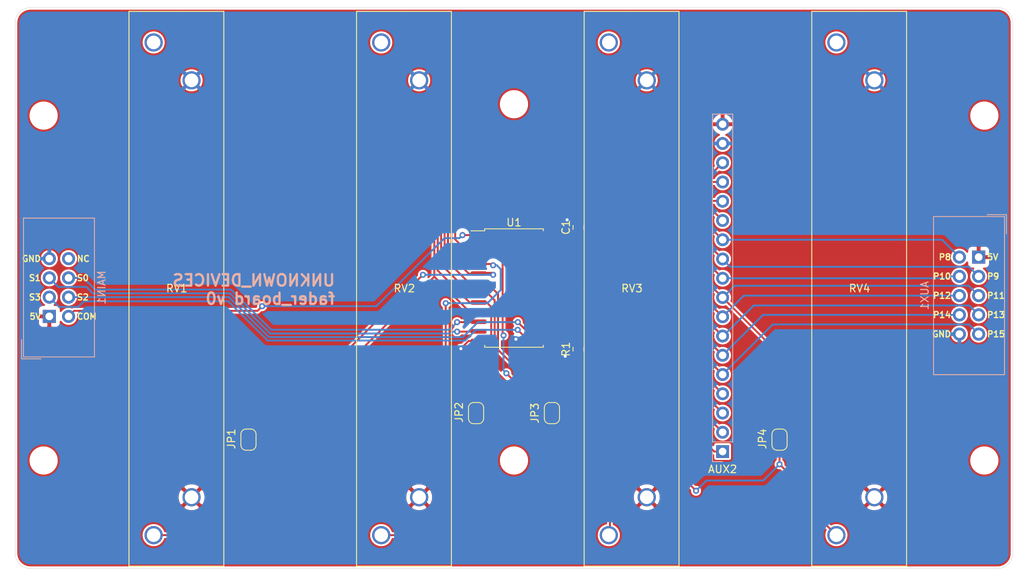
<source format=kicad_pcb>
(kicad_pcb (version 20171130) (host pcbnew "(5.1.2)-1")
  (layers (0 F.Cu signal) (31 B.Cu signal) (34 B.Paste user) (35 F.Paste user) (36 B.SilkS user) (37 F.SilkS user) (38 B.Mask user) (39 F.Mask user) (44 Edge.Cuts user))
  (net 0 "")
  (net 1 +5V)
  (net 2 P8)
  (net 3 P9)
  (net 4 P10)
  (net 5 P11)
  (net 6 P12)
  (net 7 P13)
  (net 8 P14)
  (net 9 P15)
  (net 10 GND)
  (net 11 P0)
  (net 12 P1)
  (net 13 P2)
  (net 14 P3)
  (net 15 P4)
  (net 16 P5)
  (net 17 P6)
  (net 18 P7)
  (net 19 "Net-(R1-Pad2)")
  (net 20 "Net-(C1-Pad1)")
  (net 21 COM)
  (net 22 S3)
  (net 23 S2)
  (net 24 S1)
  (net 25 S0)
  (module Potentiometer_THT:RA4520F-20-15C2-A10K-2 (layer F.Cu) (at 205 87 180)
    (fp_text reference RV4 (at -0.55 0.95 180) (layer F.SilkS))
    (fp_text value R_POT)
    (fp_line (start -0.5 -35.7) (end -6.75 -35.7) (layer F.SilkS) (width 0.127))
    (fp_line (start -0.5 -35.7) (end 5.75 -35.7) (layer F.SilkS) (width 0.127))
    (fp_line (start -0.5 37.5) (end -6.75 37.5) (layer F.SilkS) (width 0.127))
    (fp_line (start -0.5 37.5) (end 5.75 37.5) (layer F.SilkS) (width 0.127))
    (fp_line (start 5.75 0.9) (end 5.75 -35.7) (layer F.SilkS) (width 0.127))
    (fp_line (start 5.75 37.5) (end 5.75 0.9) (layer F.SilkS) (width 0.127))
    (fp_line (start -6.75 37.5) (end -6.75 0.9) (layer F.SilkS) (width 0.127))
    (fp_line (start -6.75 0.9) (end -6.75 -35.7) (layer F.SilkS) (width 0.127))
    (pad 2 thru_hole circle (at 2.5 -31.6 270) (size 2.4 2.4) (drill 1.8) (layers *.Cu *.Mask) (net 14 P3))
    (pad 2 thru_hole circle (at 2.5 33.4 270) (size 2.4 2.4) (drill 1.8) (layers *.Cu *.Mask) (net 14 P3))
    (pad 3 thru_hole circle (at -2.5 -26.6 270) (size 2.4 2.4) (drill 1.8) (layers *.Cu *.Mask) (net 1 +5V))
    (pad 1 thru_hole circle (at -2.5 28.4 270) (size 2.4 2.4) (drill 1.8) (layers *.Cu *.Mask) (net 10 GND))
  )
  (module Potentiometer_THT:RA4520F-20-15C2-A10K-2 (layer F.Cu) (at 175 87 180)
    (fp_text reference RV3 (at -0.55 0.95 180) (layer F.SilkS))
    (fp_text value R_POT)
    (fp_line (start -0.5 -35.7) (end -6.75 -35.7) (layer F.SilkS) (width 0.127))
    (fp_line (start -0.5 -35.7) (end 5.75 -35.7) (layer F.SilkS) (width 0.127))
    (fp_line (start -0.5 37.5) (end -6.75 37.5) (layer F.SilkS) (width 0.127))
    (fp_line (start -0.5 37.5) (end 5.75 37.5) (layer F.SilkS) (width 0.127))
    (fp_line (start 5.75 0.9) (end 5.75 -35.7) (layer F.SilkS) (width 0.127))
    (fp_line (start 5.75 37.5) (end 5.75 0.9) (layer F.SilkS) (width 0.127))
    (fp_line (start -6.75 37.5) (end -6.75 0.9) (layer F.SilkS) (width 0.127))
    (fp_line (start -6.75 0.9) (end -6.75 -35.7) (layer F.SilkS) (width 0.127))
    (pad 2 thru_hole circle (at 2.5 -31.6 270) (size 2.4 2.4) (drill 1.8) (layers *.Cu *.Mask) (net 13 P2))
    (pad 2 thru_hole circle (at 2.5 33.4 270) (size 2.4 2.4) (drill 1.8) (layers *.Cu *.Mask) (net 13 P2))
    (pad 3 thru_hole circle (at -2.5 -26.6 270) (size 2.4 2.4) (drill 1.8) (layers *.Cu *.Mask) (net 1 +5V))
    (pad 1 thru_hole circle (at -2.5 28.4 270) (size 2.4 2.4) (drill 1.8) (layers *.Cu *.Mask) (net 10 GND))
  )
  (module Potentiometer_THT:RA4520F-20-15C2-A10K-2 (layer F.Cu) (at 145 87 180)
    (fp_text reference RV2 (at -0.55 0.95 180) (layer F.SilkS))
    (fp_text value R_POT)
    (fp_line (start -0.5 -35.7) (end -6.75 -35.7) (layer F.SilkS) (width 0.127))
    (fp_line (start -0.5 -35.7) (end 5.75 -35.7) (layer F.SilkS) (width 0.127))
    (fp_line (start -0.5 37.5) (end -6.75 37.5) (layer F.SilkS) (width 0.127))
    (fp_line (start -0.5 37.5) (end 5.75 37.5) (layer F.SilkS) (width 0.127))
    (fp_line (start 5.75 0.9) (end 5.75 -35.7) (layer F.SilkS) (width 0.127))
    (fp_line (start 5.75 37.5) (end 5.75 0.9) (layer F.SilkS) (width 0.127))
    (fp_line (start -6.75 37.5) (end -6.75 0.9) (layer F.SilkS) (width 0.127))
    (fp_line (start -6.75 0.9) (end -6.75 -35.7) (layer F.SilkS) (width 0.127))
    (pad 2 thru_hole circle (at 2.5 -31.6 270) (size 2.4 2.4) (drill 1.8) (layers *.Cu *.Mask) (net 12 P1))
    (pad 2 thru_hole circle (at 2.5 33.4 270) (size 2.4 2.4) (drill 1.8) (layers *.Cu *.Mask) (net 12 P1))
    (pad 3 thru_hole circle (at -2.5 -26.6 270) (size 2.4 2.4) (drill 1.8) (layers *.Cu *.Mask) (net 1 +5V))
    (pad 1 thru_hole circle (at -2.5 28.4 270) (size 2.4 2.4) (drill 1.8) (layers *.Cu *.Mask) (net 10 GND))
  )
  (module Potentiometer_THT:RA4520F-20-15C2-A10K-2 (layer F.Cu) (at 115 87 180)
    (fp_text reference RV1 (at -0.55 0.95 180) (layer F.SilkS))
    (fp_text value R_POT)
    (fp_line (start -0.5 -35.7) (end -6.75 -35.7) (layer F.SilkS) (width 0.127))
    (fp_line (start -0.5 -35.7) (end 5.75 -35.7) (layer F.SilkS) (width 0.127))
    (fp_line (start -0.5 37.5) (end -6.75 37.5) (layer F.SilkS) (width 0.127))
    (fp_line (start -0.5 37.5) (end 5.75 37.5) (layer F.SilkS) (width 0.127))
    (fp_line (start 5.75 0.9) (end 5.75 -35.7) (layer F.SilkS) (width 0.127))
    (fp_line (start 5.75 37.5) (end 5.75 0.9) (layer F.SilkS) (width 0.127))
    (fp_line (start -6.75 37.5) (end -6.75 0.9) (layer F.SilkS) (width 0.127))
    (fp_line (start -6.75 0.9) (end -6.75 -35.7) (layer F.SilkS) (width 0.127))
    (pad 2 thru_hole circle (at 2.5 -31.6 270) (size 2.4 2.4) (drill 1.8) (layers *.Cu *.Mask) (net 11 P0))
    (pad 2 thru_hole circle (at 2.5 33.4 270) (size 2.4 2.4) (drill 1.8) (layers *.Cu *.Mask) (net 11 P0))
    (pad 3 thru_hole circle (at -2.5 -26.6 270) (size 2.4 2.4) (drill 1.8) (layers *.Cu *.Mask) (net 1 +5V))
    (pad 1 thru_hole circle (at -2.5 28.4 270) (size 2.4 2.4) (drill 1.8) (layers *.Cu *.Mask) (net 10 GND))
  )
  (module Connector_IDC:IDC-Header_2x05_P2.54mm_Vertical (layer B.Cu) (at 221.25 81.92 180)
    (fp_text reference AUX1 (at 7.112 -5.08 90) (layer B.SilkS) (effects (justify mirror)))
    (fp_text value AUX)
    (fp_line (start -3.655 5.6) (end -1.115 5.6) (layer B.SilkS) (width 0.12))
    (fp_line (start -3.655 5.6) (end -3.655 3.06) (layer B.SilkS) (width 0.12))
    (fp_line (start -3.405 5.35) (end 5.945 5.35) (layer B.SilkS) (width 0.12))
    (fp_line (start -3.405 -15.51) (end -3.405 5.35) (layer B.SilkS) (width 0.12))
    (fp_line (start 5.945 -15.51) (end -3.405 -15.51) (layer B.SilkS) (width 0.12))
    (fp_line (start 5.945 5.35) (end 5.945 -15.51) (layer B.SilkS) (width 0.12))
    (pad 10 thru_hole oval (at 2.54 -10.16 180) (size 1.7272 1.7272) (drill 1.016) (layers *.Cu *.Mask) (net 10 GND))
    (pad 9 thru_hole oval (at 0 -10.16 180) (size 1.7272 1.7272) (drill 1.016) (layers *.Cu *.Mask) (net 5 P11))
    (pad 8 thru_hole oval (at 2.54 -7.62 180) (size 1.7272 1.7272) (drill 1.016) (layers *.Cu *.Mask) (net 4 P10))
    (pad 7 thru_hole oval (at 0 -7.62 180) (size 1.7272 1.7272) (drill 1.016) (layers *.Cu *.Mask) (net 3 P9))
    (pad 6 thru_hole oval (at 2.54 -5.08 180) (size 1.7272 1.7272) (drill 1.016) (layers *.Cu *.Mask) (net 2 P8))
    (pad 5 thru_hole oval (at 0 -5.08 180) (size 1.7272 1.7272) (drill 1.016) (layers *.Cu *.Mask) (net 18 P7))
    (pad 4 thru_hole oval (at 2.54 -2.54 180) (size 1.7272 1.7272) (drill 1.016) (layers *.Cu *.Mask) (net 17 P6))
    (pad 3 thru_hole oval (at 0 -2.54 180) (size 1.7272 1.7272) (drill 1.016) (layers *.Cu *.Mask) (net 16 P5))
    (pad 2 thru_hole oval (at 2.54 0 180) (size 1.7272 1.7272) (drill 1.016) (layers *.Cu *.Mask) (net 15 P4))
    (pad 1 thru_hole rect (at 0 0 180) (size 1.7272 1.7272) (drill 1.016) (layers *.Cu *.Mask) (net 1 +5V))
  )
  (module Connector_IDC:IDC-Header_2x04_P2.54mm_Vertical (layer B.Cu) (at 98.75 89.74)
    (fp_text reference MAIN1 (at 6.9 -3.805 90) (layer B.SilkS) (effects (justify mirror)))
    (fp_text value MAIN)
    (fp_line (start -3.655 5.6) (end -1.115 5.6) (layer B.SilkS) (width 0.12))
    (fp_line (start -3.655 5.6) (end -3.655 3.06) (layer B.SilkS) (width 0.12))
    (fp_line (start -3.405 5.35) (end 5.945 5.35) (layer B.SilkS) (width 0.12))
    (fp_line (start -3.405 -12.97) (end -3.405 5.35) (layer B.SilkS) (width 0.12))
    (fp_line (start 5.945 -12.97) (end -3.405 -12.97) (layer B.SilkS) (width 0.12))
    (fp_line (start 5.945 5.35) (end 5.945 -12.97) (layer B.SilkS) (width 0.12))
    (pad 8 thru_hole oval (at 2.54 -7.62) (size 1.7272 1.7272) (drill 1.016) (layers *.Cu *.Mask))
    (pad 7 thru_hole oval (at 0 -7.62) (size 1.7272 1.7272) (drill 1.016) (layers *.Cu *.Mask) (net 10 GND))
    (pad 6 thru_hole oval (at 2.54 -5.08) (size 1.7272 1.7272) (drill 1.016) (layers *.Cu *.Mask) (net 25 S0))
    (pad 5 thru_hole oval (at 0 -5.08) (size 1.7272 1.7272) (drill 1.016) (layers *.Cu *.Mask) (net 24 S1))
    (pad 4 thru_hole oval (at 2.54 -2.54) (size 1.7272 1.7272) (drill 1.016) (layers *.Cu *.Mask) (net 23 S2))
    (pad 3 thru_hole oval (at 0 -2.54) (size 1.7272 1.7272) (drill 1.016) (layers *.Cu *.Mask) (net 22 S3))
    (pad 2 thru_hole oval (at 2.54 0) (size 1.7272 1.7272) (drill 1.016) (layers *.Cu *.Mask) (net 21 COM))
    (pad 1 thru_hole rect (at 0 0) (size 1.7272 1.7272) (drill 1.016) (layers *.Cu *.Mask) (net 1 +5V))
  )
  (module MountingHole:MountingHole_3.2mm_M3 (layer F.Cu) (at 222 108.75)
    (fp_text reference H6 hide)
    (fp_text value MountingHole)
    (pad 1 np_thru_hole circle (at 0 0) (size 3.2 3.2) (drill 3.2) (layers *.Cu *.Mask))
  )
  (module MountingHole:MountingHole_3.2mm_M3 (layer F.Cu) (at 160 108.75)
    (fp_text reference H5 hide)
    (fp_text value MountingHole)
    (pad 1 np_thru_hole circle (at 0 0) (size 3.2 3.2) (drill 3.2) (layers *.Cu *.Mask))
  )
  (module MountingHole:MountingHole_3.2mm_M3 (layer F.Cu) (at 98 108.75)
    (fp_text reference H4 hide)
    (fp_text value MountingHole)
    (pad 1 np_thru_hole circle (at 0 0) (size 3.2 3.2) (drill 3.2) (layers *.Cu *.Mask))
  )
  (module MountingHole:MountingHole_3.2mm_M3 (layer F.Cu) (at 222 63.25)
    (fp_text reference H3 hide)
    (fp_text value MountingHole)
    (pad 1 np_thru_hole circle (at 0 0) (size 3.2 3.2) (drill 3.2) (layers *.Cu *.Mask))
  )
  (module MountingHole:MountingHole_3.2mm_M3 (layer F.Cu) (at 160 61.75)
    (fp_text reference H2 hide)
    (fp_text value MountingHole)
    (pad 1 np_thru_hole circle (at 0 0) (size 3.2 3.2) (drill 3.2) (layers *.Cu *.Mask))
  )
  (module MountingHole:MountingHole_3.2mm_M3 (layer F.Cu) (at 98 63.25)
    (fp_text reference H1 hide)
    (fp_text value MountingHole)
    (pad 1 np_thru_hole circle (at 0 0) (size 3.2 3.2) (drill 3.2) (layers *.Cu *.Mask))
  )
  (module Capacitor_SMD:C_0805_2012Metric (layer F.Cu) (at 168.5 78 90)
    (fp_text reference C1 (at 0 -1.65 90) (layer F.SilkS))
    (fp_text value 0.1uf)
    (fp_line (start -0.258578 -0.71) (end 0.258578 -0.71) (layer F.SilkS) (width 0.12))
    (fp_line (start -0.258578 0.71) (end 0.258578 0.71) (layer F.SilkS) (width 0.12))
    (pad 1 smd roundrect (at -0.9375 0 90) (size 0.975 1.4) (layers F.Cu F.Paste F.Mask) (net 20 "Net-(C1-Pad1)"))
    (pad 2 smd roundrect (at 0.9375 0 90) (size 0.975 1.4) (layers F.Cu F.Paste F.Mask) (net 10 GND))
  )
  (module Jumper:SolderJumper-2_P1.3mm_Open_RoundedPad1.0x1.5mm (layer F.Cu) (at 125 106 270)
    (fp_text reference JP1 (at -0.1 2.25 270) (layer F.SilkS))
    (fp_text value JP_aux)
    (fp_line (start -0.7 -1) (end 0.7 -1) (layer F.SilkS) (width 0.12))
    (fp_line (start 1.4 -0.3) (end 1.4 0.3) (layer F.SilkS) (width 0.12))
    (fp_line (start 0.7 1) (end -0.7 1) (layer F.SilkS) (width 0.12))
    (fp_line (start -1.4 0.3) (end -1.4 -0.3) (layer F.SilkS) (width 0.12))
    (fp_arc (start -0.7 -0.3) (end -0.7 -1) (angle -90) (layer F.SilkS) (width 0.12))
    (fp_arc (start -0.7 0.3) (end -1.4 0.3) (angle -90) (layer F.SilkS) (width 0.12))
    (fp_arc (start 0.7 0.3) (end 0.7 1) (angle -90) (layer F.SilkS) (width 0.12))
    (fp_arc (start 0.7 -0.3) (end 1.4 -0.3) (angle -90) (layer F.SilkS) (width 0.12))
    (pad 2 smd custom (at 0.65 0 270) (size 1 0.5) (layers F.Cu F.Mask) (net 11 P0) (options (clearance outline) (anchor rect)) (primitives (gr_circle (center 0 0.25) (end 0.5 0.25) (width 0)) (gr_circle (center 0 -0.25) (end 0.5 -0.25) (width 0)) (gr_poly (pts (xy 0 -0.75) (xy -0.5 -0.75) (xy -0.5 0.75) (xy 0 0.75)) (width 0))))
    (pad 1 smd custom (at -0.65 0 270) (size 1 0.5) (layers F.Cu F.Mask) (net 15 P4) (options (clearance outline) (anchor rect)) (primitives (gr_circle (center 0 0.25) (end 0.5 0.25) (width 0)) (gr_circle (center 0 -0.25) (end 0.5 -0.25) (width 0)) (gr_poly (pts (xy 0 -0.75) (xy 0.5 -0.75) (xy 0.5 0.75) (xy 0 0.75)) (width 0))))
  )
  (module Jumper:SolderJumper-2_P1.3mm_Open_RoundedPad1.0x1.5mm (layer F.Cu) (at 155 102.5 270)
    (fp_text reference JP2 (at -0.1 2.25 90) (layer F.SilkS))
    (fp_text value JP_aux)
    (fp_arc (start 0.7 -0.3) (end 1.4 -0.3) (angle -90) (layer F.SilkS) (width 0.12))
    (fp_arc (start 0.7 0.3) (end 0.7 1) (angle -90) (layer F.SilkS) (width 0.12))
    (fp_arc (start -0.7 0.3) (end -1.4 0.3) (angle -90) (layer F.SilkS) (width 0.12))
    (fp_arc (start -0.7 -0.3) (end -0.7 -1) (angle -90) (layer F.SilkS) (width 0.12))
    (fp_line (start -1.4 0.3) (end -1.4 -0.3) (layer F.SilkS) (width 0.12))
    (fp_line (start 0.7 1) (end -0.7 1) (layer F.SilkS) (width 0.12))
    (fp_line (start 1.4 -0.3) (end 1.4 0.3) (layer F.SilkS) (width 0.12))
    (fp_line (start -0.7 -1) (end 0.7 -1) (layer F.SilkS) (width 0.12))
    (pad 1 smd custom (at -0.65 0 270) (size 1 0.5) (layers F.Cu F.Mask) (net 16 P5) (options (clearance outline) (anchor rect)) (primitives (gr_circle (center 0 0.25) (end 0.5 0.25) (width 0)) (gr_circle (center 0 -0.25) (end 0.5 -0.25) (width 0)) (gr_poly (pts (xy 0 -0.75) (xy 0.5 -0.75) (xy 0.5 0.75) (xy 0 0.75)) (width 0))))
    (pad 2 smd custom (at 0.65 0 270) (size 1 0.5) (layers F.Cu F.Mask) (net 12 P1) (options (clearance outline) (anchor rect)) (primitives (gr_circle (center 0 0.25) (end 0.5 0.25) (width 0)) (gr_circle (center 0 -0.25) (end 0.5 -0.25) (width 0)) (gr_poly (pts (xy 0 -0.75) (xy -0.5 -0.75) (xy -0.5 0.75) (xy 0 0.75)) (width 0))))
  )
  (module Jumper:SolderJumper-2_P1.3mm_Open_RoundedPad1.0x1.5mm (layer F.Cu) (at 165 102.5 270)
    (fp_text reference JP3 (at 0 2.25 90) (layer F.SilkS))
    (fp_text value JP_aux)
    (fp_line (start -0.7 -1) (end 0.7 -1) (layer F.SilkS) (width 0.12))
    (fp_line (start 1.4 -0.3) (end 1.4 0.3) (layer F.SilkS) (width 0.12))
    (fp_line (start 0.7 1) (end -0.7 1) (layer F.SilkS) (width 0.12))
    (fp_line (start -1.4 0.3) (end -1.4 -0.3) (layer F.SilkS) (width 0.12))
    (fp_arc (start -0.7 -0.3) (end -0.7 -1) (angle -90) (layer F.SilkS) (width 0.12))
    (fp_arc (start -0.7 0.3) (end -1.4 0.3) (angle -90) (layer F.SilkS) (width 0.12))
    (fp_arc (start 0.7 0.3) (end 0.7 1) (angle -90) (layer F.SilkS) (width 0.12))
    (fp_arc (start 0.7 -0.3) (end 1.4 -0.3) (angle -90) (layer F.SilkS) (width 0.12))
    (pad 2 smd custom (at 0.65 0 270) (size 1 0.5) (layers F.Cu F.Mask) (net 13 P2) (options (clearance outline) (anchor rect)) (primitives (gr_circle (center 0 0.25) (end 0.5 0.25) (width 0)) (gr_circle (center 0 -0.25) (end 0.5 -0.25) (width 0)) (gr_poly (pts (xy 0 -0.75) (xy -0.5 -0.75) (xy -0.5 0.75) (xy 0 0.75)) (width 0))))
    (pad 1 smd custom (at -0.65 0 270) (size 1 0.5) (layers F.Cu F.Mask) (net 17 P6) (options (clearance outline) (anchor rect)) (primitives (gr_circle (center 0 0.25) (end 0.5 0.25) (width 0)) (gr_circle (center 0 -0.25) (end 0.5 -0.25) (width 0)) (gr_poly (pts (xy 0 -0.75) (xy 0.5 -0.75) (xy 0.5 0.75) (xy 0 0.75)) (width 0))))
  )
  (module Jumper:SolderJumper-2_P1.3mm_Open_RoundedPad1.0x1.5mm (layer F.Cu) (at 195 106 270)
    (fp_text reference JP4 (at -0.1 2.25 90) (layer F.SilkS))
    (fp_text value JP_aux)
    (fp_arc (start 0.7 -0.3) (end 1.4 -0.3) (angle -90) (layer F.SilkS) (width 0.12))
    (fp_arc (start 0.7 0.3) (end 0.7 1) (angle -90) (layer F.SilkS) (width 0.12))
    (fp_arc (start -0.7 0.3) (end -1.4 0.3) (angle -90) (layer F.SilkS) (width 0.12))
    (fp_arc (start -0.7 -0.3) (end -0.7 -1) (angle -90) (layer F.SilkS) (width 0.12))
    (fp_line (start -1.4 0.3) (end -1.4 -0.3) (layer F.SilkS) (width 0.12))
    (fp_line (start 0.7 1) (end -0.7 1) (layer F.SilkS) (width 0.12))
    (fp_line (start 1.4 -0.3) (end 1.4 0.3) (layer F.SilkS) (width 0.12))
    (fp_line (start -0.7 -1) (end 0.7 -1) (layer F.SilkS) (width 0.12))
    (pad 1 smd custom (at -0.65 0 270) (size 1 0.5) (layers F.Cu F.Mask) (net 18 P7) (options (clearance outline) (anchor rect)) (primitives (gr_circle (center 0 0.25) (end 0.5 0.25) (width 0)) (gr_circle (center 0 -0.25) (end 0.5 -0.25) (width 0)) (gr_poly (pts (xy 0 -0.75) (xy 0.5 -0.75) (xy 0.5 0.75) (xy 0 0.75)) (width 0))))
    (pad 2 smd custom (at 0.65 0 270) (size 1 0.5) (layers F.Cu F.Mask) (net 14 P3) (options (clearance outline) (anchor rect)) (primitives (gr_circle (center 0 0.25) (end 0.5 0.25) (width 0)) (gr_circle (center 0 -0.25) (end 0.5 -0.25) (width 0)) (gr_poly (pts (xy 0 -0.75) (xy -0.5 -0.75) (xy -0.5 0.75) (xy 0 0.75)) (width 0))))
  )
  (module Resistor_SMD:R_0805_2012Metric (layer F.Cu) (at 168.5 94.0625 90)
    (fp_text reference R1 (at 0 -1.65 90) (layer F.SilkS))
    (fp_text value 10K)
    (fp_line (start -0.258578 -0.71) (end 0.258578 -0.71) (layer F.SilkS) (width 0.12))
    (fp_line (start -0.258578 0.71) (end 0.258578 0.71) (layer F.SilkS) (width 0.12))
    (pad 1 smd roundrect (at -0.9375 0 90) (size 0.975 1.4) (layers F.Cu F.Paste F.Mask) (net 10 GND))
    (pad 2 smd roundrect (at 0.9375 0 90) (size 0.975 1.4) (layers F.Cu F.Paste F.Mask) (net 19 "Net-(R1-Pad2)"))
  )
  (module Package_SO:SOIC-24W_7.5x15.4mm_P1.27mm (layer F.Cu) (at 160 86)
    (fp_text reference U1 (at 0 -8.65) (layer F.SilkS))
    (fp_text value CD74HC4067M)
    (fp_line (start 0 7.81) (end 3.86 7.81) (layer F.SilkS) (width 0.12))
    (fp_line (start 3.86 7.81) (end 3.86 7.545) (layer F.SilkS) (width 0.12))
    (fp_line (start 0 7.81) (end -3.86 7.81) (layer F.SilkS) (width 0.12))
    (fp_line (start -3.86 7.81) (end -3.86 7.545) (layer F.SilkS) (width 0.12))
    (fp_line (start 0 -7.81) (end 3.86 -7.81) (layer F.SilkS) (width 0.12))
    (fp_line (start 3.86 -7.81) (end 3.86 -7.545) (layer F.SilkS) (width 0.12))
    (fp_line (start 0 -7.81) (end -3.86 -7.81) (layer F.SilkS) (width 0.12))
    (fp_line (start -3.86 -7.81) (end -3.86 -7.545) (layer F.SilkS) (width 0.12))
    (fp_line (start -3.86 -7.545) (end -5.675 -7.545) (layer F.SilkS) (width 0.12))
    (pad 1 smd roundrect (at -4.65 -6.985) (size 2.05 0.6) (layers F.Cu F.Paste F.Mask) (net 21 COM))
    (pad 2 smd roundrect (at -4.65 -5.715) (size 2.05 0.6) (layers F.Cu F.Paste F.Mask) (net 18 P7))
    (pad 3 smd roundrect (at -4.65 -4.445) (size 2.05 0.6) (layers F.Cu F.Paste F.Mask) (net 17 P6))
    (pad 4 smd roundrect (at -4.65 -3.175) (size 2.05 0.6) (layers F.Cu F.Paste F.Mask) (net 16 P5))
    (pad 5 smd roundrect (at -4.65 -1.905) (size 2.05 0.6) (layers F.Cu F.Paste F.Mask) (net 15 P4))
    (pad 6 smd roundrect (at -4.65 -0.635) (size 2.05 0.6) (layers F.Cu F.Paste F.Mask) (net 14 P3))
    (pad 7 smd roundrect (at -4.65 0.635) (size 2.05 0.6) (layers F.Cu F.Paste F.Mask) (net 13 P2))
    (pad 8 smd roundrect (at -4.65 1.905) (size 2.05 0.6) (layers F.Cu F.Paste F.Mask) (net 12 P1))
    (pad 9 smd roundrect (at -4.65 3.175) (size 2.05 0.6) (layers F.Cu F.Paste F.Mask) (net 11 P0))
    (pad 10 smd roundrect (at -4.65 4.445) (size 2.05 0.6) (layers F.Cu F.Paste F.Mask) (net 25 S0))
    (pad 11 smd roundrect (at -4.65 5.715) (size 2.05 0.6) (layers F.Cu F.Paste F.Mask) (net 24 S1))
    (pad 12 smd roundrect (at -4.65 6.985) (size 2.05 0.6) (layers F.Cu F.Paste F.Mask) (net 10 GND))
    (pad 13 smd roundrect (at 4.65 6.985) (size 2.05 0.6) (layers F.Cu F.Paste F.Mask) (net 22 S3))
    (pad 14 smd roundrect (at 4.65 5.715) (size 2.05 0.6) (layers F.Cu F.Paste F.Mask) (net 23 S2))
    (pad 15 smd roundrect (at 4.65 4.445) (size 2.05 0.6) (layers F.Cu F.Paste F.Mask) (net 19 "Net-(R1-Pad2)"))
    (pad 16 smd roundrect (at 4.65 3.175) (size 2.05 0.6) (layers F.Cu F.Paste F.Mask) (net 9 P15))
    (pad 17 smd roundrect (at 4.65 1.905) (size 2.05 0.6) (layers F.Cu F.Paste F.Mask) (net 8 P14))
    (pad 18 smd roundrect (at 4.65 0.635) (size 2.05 0.6) (layers F.Cu F.Paste F.Mask) (net 7 P13))
    (pad 19 smd roundrect (at 4.65 -0.635) (size 2.05 0.6) (layers F.Cu F.Paste F.Mask) (net 6 P12))
    (pad 20 smd roundrect (at 4.65 -1.905) (size 2.05 0.6) (layers F.Cu F.Paste F.Mask) (net 5 P11))
    (pad 21 smd roundrect (at 4.65 -3.175) (size 2.05 0.6) (layers F.Cu F.Paste F.Mask) (net 4 P10))
    (pad 22 smd roundrect (at 4.65 -4.445) (size 2.05 0.6) (layers F.Cu F.Paste F.Mask) (net 3 P9))
    (pad 23 smd roundrect (at 4.65 -5.715) (size 2.05 0.6) (layers F.Cu F.Paste F.Mask) (net 2 P8))
    (pad 24 smd roundrect (at 4.65 -6.985) (size 2.05 0.6) (layers F.Cu F.Paste F.Mask) (net 20 "Net-(C1-Pad1)"))
  )
  (module Connector_PinHeader_2.54mm:PinHeader_1x18_P2.54mm_Vertical (layer B.Cu) (at 187.5 107.57)
    (fp_text reference AUX2 (at 0 2.33) (layer F.SilkS))
    (fp_text value AUX2)
    (fp_line (start -1.33 1.33) (end 0 1.33) (layer B.SilkS) (width 0.12))
    (fp_line (start -1.33 0) (end -1.33 1.33) (layer B.SilkS) (width 0.12))
    (fp_line (start -1.33 -1.27) (end 1.33 -1.27) (layer B.SilkS) (width 0.12))
    (fp_line (start 1.33 -1.27) (end 1.33 -44.51) (layer B.SilkS) (width 0.12))
    (fp_line (start -1.33 -1.27) (end -1.33 -44.51) (layer B.SilkS) (width 0.12))
    (fp_line (start -1.33 -44.51) (end 1.33 -44.51) (layer B.SilkS) (width 0.12))
    (pad 18 thru_hole oval (at 0 -43.18) (size 1.7 1.7) (drill 1) (layers *.Cu *.Mask) (net 1 +5V))
    (pad 17 thru_hole oval (at 0 -40.64) (size 1.7 1.7) (drill 1) (layers *.Cu *.Mask) (net 10 GND))
    (pad 16 thru_hole oval (at 0 -38.1) (size 1.7 1.7) (drill 1) (layers *.Cu *.Mask) (net 11 P0))
    (pad 15 thru_hole oval (at 0 -35.56) (size 1.7 1.7) (drill 1) (layers *.Cu *.Mask) (net 12 P1))
    (pad 14 thru_hole oval (at 0 -33.02) (size 1.7 1.7) (drill 1) (layers *.Cu *.Mask) (net 13 P2))
    (pad 13 thru_hole oval (at 0 -30.48) (size 1.7 1.7) (drill 1) (layers *.Cu *.Mask) (net 14 P3))
    (pad 12 thru_hole oval (at 0 -27.94) (size 1.7 1.7) (drill 1) (layers *.Cu *.Mask) (net 15 P4))
    (pad 11 thru_hole oval (at 0 -25.4) (size 1.7 1.7) (drill 1) (layers *.Cu *.Mask) (net 16 P5))
    (pad 10 thru_hole oval (at 0 -22.86) (size 1.7 1.7) (drill 1) (layers *.Cu *.Mask) (net 17 P6))
    (pad 9 thru_hole oval (at 0 -20.32) (size 1.7 1.7) (drill 1) (layers *.Cu *.Mask) (net 18 P7))
    (pad 8 thru_hole oval (at 0 -17.78) (size 1.7 1.7) (drill 1) (layers *.Cu *.Mask) (net 2 P8))
    (pad 7 thru_hole oval (at 0 -15.24) (size 1.7 1.7) (drill 1) (layers *.Cu *.Mask) (net 3 P9))
    (pad 6 thru_hole oval (at 0 -12.7) (size 1.7 1.7) (drill 1) (layers *.Cu *.Mask) (net 4 P10))
    (pad 5 thru_hole oval (at 0 -10.16) (size 1.7 1.7) (drill 1) (layers *.Cu *.Mask) (net 5 P11))
    (pad 4 thru_hole oval (at 0 -7.62) (size 1.7 1.7) (drill 1) (layers *.Cu *.Mask) (net 6 P12))
    (pad 3 thru_hole oval (at 0 -5.08) (size 1.7 1.7) (drill 1) (layers *.Cu *.Mask) (net 7 P13))
    (pad 2 thru_hole oval (at 0 -2.54) (size 1.7 1.7) (drill 1) (layers *.Cu *.Mask) (net 8 P14))
    (pad 1 thru_hole rect (at 0 0) (size 1.7 1.7) (drill 1) (layers *.Cu *.Mask) (net 9 P15))
  )
  (gr_text "UNKNOWN_DEVICES\nfader_board v0" (at 136.575 86.2) (layer B.SilkS) (effects (font (size 1.5 1.5) (thickness 0.3)) (justify left mirror)))
  (gr_text P15 (at 222.266 92.08) (layer F.SilkS) (effects (font (size 0.8 0.8) (thickness 0.17)) (justify left)))
  (gr_text GND (at 217.694 92.08) (layer F.SilkS) (effects (font (size 0.8 0.8) (thickness 0.17)) (justify right)))
  (gr_text P13 (at 222.266 89.54) (layer F.SilkS) (effects (font (size 0.8 0.8) (thickness 0.17)) (justify left)))
  (gr_text P14 (at 217.694 89.54) (layer F.SilkS) (effects (font (size 0.8 0.8) (thickness 0.17)) (justify right)))
  (gr_text P11 (at 222.266 87) (layer F.SilkS) (effects (font (size 0.8 0.8) (thickness 0.17)) (justify left)))
  (gr_text P12 (at 217.694 87) (layer F.SilkS) (effects (font (size 0.8 0.8) (thickness 0.17)) (justify right)))
  (gr_text P9 (at 222.266 84.46) (layer F.SilkS) (effects (font (size 0.8 0.8) (thickness 0.17)) (justify left)))
  (gr_text P10 (at 217.694 84.46) (layer F.SilkS) (effects (font (size 0.8 0.8) (thickness 0.17)) (justify right)))
  (gr_text 5V (at 222.266 81.92) (layer F.SilkS) (effects (font (size 0.8 0.8) (thickness 0.17)) (justify left)))
  (gr_text P8 (at 217.694 81.92) (layer F.SilkS) (effects (font (size 0.8 0.8) (thickness 0.17)) (justify right)))
  (gr_text 5V (at 97.726 89.754) (layer F.SilkS) (effects (font (size 0.8 0.8) (thickness 0.17)) (justify right)))
  (gr_text S3 (at 97.726 87.214) (layer F.SilkS) (effects (font (size 0.8 0.8) (thickness 0.17)) (justify right)))
  (gr_text S1 (at 97.726 84.674) (layer F.SilkS) (effects (font (size 0.8 0.8) (thickness 0.17)) (justify right)))
  (gr_text COM (at 102.298 89.754) (layer F.SilkS) (effects (font (size 0.8 0.8) (thickness 0.17)) (justify left)))
  (gr_text S2 (at 102.298 87.214) (layer F.SilkS) (effects (font (size 0.8 0.8) (thickness 0.17)) (justify left)))
  (gr_text S0 (at 102.298 84.674) (layer F.SilkS) (effects (font (size 0.8 0.8) (thickness 0.17)) (justify left)))
  (gr_text GND (at 97.726 82.134) (layer F.SilkS) (effects (font (size 0.8 0.8) (thickness 0.17)) (justify right)))
  (gr_text NC (at 102.298 82.134) (layer F.SilkS) (effects (font (size 0.8 0.8) (thickness 0.17)) (justify left)))
  (gr_line (start 225.750001 50.999999) (end 225.75 121) (layer Edge.Cuts) (width 0.05))
  (gr_arc (start 223.750001 51) (end 225.750001 50.999999) (angle -90.00002865) (layer Edge.Cuts) (width 0.05))
  (gr_arc (start 223.749999 121) (end 223.749999 123.000001) (angle -90) (layer Edge.Cuts) (width 0.05))
  (gr_arc (start 96.25 51) (end 96.25 49) (angle -90) (layer Edge.Cuts) (width 0.05))
  (gr_arc (start 96.25 121) (end 94.25 121) (angle -90) (layer Edge.Cuts) (width 0.05))
  (gr_line (start 223.749999 123.000001) (end 96.25 123) (layer Edge.Cuts) (width 0.05))
  (gr_line (start 96.25 49) (end 223.749999 49.000001) (layer Edge.Cuts) (width 0.05))
  (gr_line (start 94.25 121) (end 94.25 51) (layer Edge.Cuts) (width 0.05))
  (segment (start 186.650001 88.940001) (end 187.5 89.79) (width 0.25) (layer F.Cu) (net 2))
  (segment (start 177.995 80.285) (end 186.650001 88.940001) (width 0.25) (layer F.Cu) (net 2))
  (segment (start 164.65 80.285) (end 177.995 80.285) (width 0.25) (layer F.Cu) (net 2))
  (segment (start 190.29 87) (end 187.5 89.79) (width 0.25) (layer B.Cu) (net 2))
  (segment (start 218.71 87) (end 190.29 87) (width 0.25) (layer B.Cu) (net 2))
  (segment (start 186.650001 91.480001) (end 187.5 92.33) (width 0.25) (layer F.Cu) (net 3))
  (segment (start 176.725 81.555) (end 186.650001 91.480001) (width 0.25) (layer F.Cu) (net 3))
  (segment (start 164.65 81.555) (end 176.725 81.555) (width 0.25) (layer F.Cu) (net 3))
  (segment (start 220.386401 88.676401) (end 221.25 89.54) (width 0.25) (layer B.Cu) (net 3))
  (segment (start 220.01 88.3) (end 220.386401 88.676401) (width 0.25) (layer B.Cu) (net 3))
  (segment (start 191.6 88.3) (end 220.01 88.3) (width 0.25) (layer B.Cu) (net 3))
  (segment (start 187.5 92.33) (end 187.57 92.33) (width 0.25) (layer B.Cu) (net 3))
  (segment (start 187.57 92.33) (end 191.6 88.3) (width 0.25) (layer B.Cu) (net 3))
  (segment (start 186.650001 94.020001) (end 187.5 94.87) (width 0.25) (layer F.Cu) (net 4))
  (segment (start 175.38 82.75) (end 186.650001 94.020001) (width 0.25) (layer F.Cu) (net 4))
  (segment (start 164.65 82.825) (end 164.725 82.75) (width 0.25) (layer F.Cu) (net 4))
  (segment (start 164.725 82.75) (end 175.38 82.75) (width 0.25) (layer F.Cu) (net 4))
  (segment (start 192.83 89.54) (end 212.46 89.54) (width 0.25) (layer B.Cu) (net 4))
  (segment (start 187.5 94.87) (end 192.83 89.54) (width 0.25) (layer B.Cu) (net 4))
  (segment (start 212.46 89.54) (end 218.71 89.54) (width 0.25) (layer B.Cu) (net 4))
  (segment (start 186.650001 96.560001) (end 187.5 97.41) (width 0.25) (layer F.Cu) (net 5))
  (segment (start 174.09 84) (end 186.650001 96.560001) (width 0.25) (layer F.Cu) (net 5))
  (segment (start 164.65 84.095) (end 164.745 84) (width 0.25) (layer F.Cu) (net 5))
  (segment (start 164.745 84) (end 174.09 84) (width 0.25) (layer F.Cu) (net 5))
  (segment (start 220.386401 91.216401) (end 221.25 92.08) (width 0.25) (layer B.Cu) (net 5))
  (segment (start 219.97 90.8) (end 220.386401 91.216401) (width 0.25) (layer B.Cu) (net 5))
  (segment (start 187.5 97.41) (end 194.11 90.8) (width 0.25) (layer B.Cu) (net 5))
  (segment (start 194.11 90.8) (end 219.97 90.8) (width 0.25) (layer B.Cu) (net 5))
  (segment (start 186.650001 99.100001) (end 187.5 99.95) (width 0.25) (layer F.Cu) (net 6))
  (segment (start 172.915 85.365) (end 186.650001 99.100001) (width 0.25) (layer F.Cu) (net 6))
  (segment (start 164.65 85.365) (end 172.915 85.365) (width 0.25) (layer F.Cu) (net 6))
  (segment (start 186.650001 101.640001) (end 187.5 102.49) (width 0.25) (layer F.Cu) (net 7))
  (segment (start 171.76 86.75) (end 186.650001 101.640001) (width 0.25) (layer F.Cu) (net 7))
  (segment (start 164.65 86.635) (end 164.765 86.75) (width 0.25) (layer F.Cu) (net 7))
  (segment (start 164.765 86.75) (end 171.76 86.75) (width 0.25) (layer F.Cu) (net 7))
  (segment (start 186.650001 104.180001) (end 187.5 105.03) (width 0.25) (layer F.Cu) (net 8))
  (segment (start 170.47 88) (end 186.650001 104.180001) (width 0.25) (layer F.Cu) (net 8))
  (segment (start 164.65 87.905) (end 164.745 88) (width 0.25) (layer F.Cu) (net 8))
  (segment (start 164.745 88) (end 170.47 88) (width 0.25) (layer F.Cu) (net 8))
  (segment (start 186.4 107.57) (end 187.5 107.57) (width 0.25) (layer F.Cu) (net 9))
  (segment (start 168.08 89.25) (end 186.4 107.57) (width 0.25) (layer F.Cu) (net 9))
  (segment (start 164.65 89.175) (end 164.725 89.25) (width 0.25) (layer F.Cu) (net 9))
  (segment (start 164.725 89.25) (end 168.08 89.25) (width 0.25) (layer F.Cu) (net 9))
  (via (at 167 77) (size 0.8) (drill 0.4) (layers F.Cu B.Cu) (net 10))
  (segment (start 168.5 77.0625) (end 167.0625 77.0625) (width 0.25) (layer F.Cu) (net 10))
  (segment (start 167.0625 77.0625) (end 167 77) (width 0.25) (layer F.Cu) (net 10))
  (via (at 166.75 95) (size 0.8) (drill 0.4) (layers F.Cu B.Cu) (net 10))
  (segment (start 168.5 95) (end 166.75 95) (width 0.25) (layer F.Cu) (net 10))
  (via (at 153 94) (size 0.8) (drill 0.4) (layers F.Cu B.Cu) (net 10))
  (segment (start 155.35 92.985) (end 154.015 92.985) (width 0.25) (layer F.Cu) (net 10))
  (segment (start 154.015 92.985) (end 153 94) (width 0.25) (layer F.Cu) (net 10))
  (via (at 160.25 92.75) (size 0.8) (drill 0.4) (layers F.Cu B.Cu) (net 10))
  (segment (start 166.75 95) (end 162.5 95) (width 0.25) (layer F.Cu) (net 10))
  (segment (start 162.5 95) (end 160.25 92.75) (width 0.25) (layer F.Cu) (net 10))
  (segment (start 184.22 72.75) (end 187.5 69.47) (width 0.25) (layer F.Cu) (net 11))
  (segment (start 153.93154 72.75) (end 184.22 72.75) (width 0.25) (layer F.Cu) (net 11))
  (segment (start 149.499955 77.181585) (end 153.93154 72.75) (width 0.25) (layer F.Cu) (net 11))
  (segment (start 149.499955 84.500839) (end 149.499955 77.181585) (width 0.25) (layer F.Cu) (net 11))
  (segment (start 155.35 89.175) (end 154.174116 89.175) (width 0.25) (layer F.Cu) (net 11))
  (segment (start 154.174116 89.175) (end 149.499955 84.500839) (width 0.25) (layer F.Cu) (net 11))
  (segment (start 127.350794 106.65) (end 149.499955 84.500839) (width 0.25) (layer F.Cu) (net 11))
  (segment (start 125 106.65) (end 127.350794 106.65) (width 0.25) (layer F.Cu) (net 11))
  (segment (start 125 107.25) (end 125 106.65) (width 0.25) (layer F.Cu) (net 11))
  (segment (start 125 112.25) (end 125 107.25) (width 0.25) (layer F.Cu) (net 11))
  (segment (start 112.5 118.6) (end 118.65 118.6) (width 0.25) (layer F.Cu) (net 11))
  (segment (start 118.65 118.6) (end 125 112.25) (width 0.25) (layer F.Cu) (net 11))
  (segment (start 185.74 72.01) (end 187.5 72.01) (width 0.25) (layer F.Cu) (net 12))
  (segment (start 154.155 87.905) (end 149.949964 83.699964) (width 0.25) (layer F.Cu) (net 12))
  (segment (start 155.35 87.905) (end 154.155 87.905) (width 0.25) (layer F.Cu) (net 12))
  (segment (start 149.949964 83.699964) (end 149.949964 77.367986) (width 0.25) (layer F.Cu) (net 12))
  (segment (start 149.949964 77.367986) (end 154.06795 73.25) (width 0.25) (layer F.Cu) (net 12))
  (segment (start 154.06795 73.25) (end 184.5 73.25) (width 0.25) (layer F.Cu) (net 12))
  (segment (start 184.5 73.25) (end 185.74 72.01) (width 0.25) (layer F.Cu) (net 12))
  (segment (start 155 103.15) (end 154.475226 103.674774) (width 0.25) (layer F.Cu) (net 12))
  (segment (start 156.405 87.905) (end 155.35 87.905) (width 0.25) (layer F.Cu) (net 12))
  (segment (start 157 88.5) (end 156.405 87.905) (width 0.25) (layer F.Cu) (net 12))
  (segment (start 157 101.997592) (end 157 88.5) (width 0.25) (layer F.Cu) (net 12))
  (segment (start 155 103.15) (end 155.847592 103.15) (width 0.25) (layer F.Cu) (net 12))
  (segment (start 155.847592 103.15) (end 157 101.997592) (width 0.25) (layer F.Cu) (net 12))
  (segment (start 154.475226 103.674774) (end 154.475226 108.025226) (width 0.25) (layer F.Cu) (net 12))
  (segment (start 154.475226 108.025226) (end 154.475226 108.303776) (width 0.25) (layer F.Cu) (net 12))
  (segment (start 154.475226 112.974774) (end 154.475226 108.025226) (width 0.25) (layer F.Cu) (net 12))
  (segment (start 142.5 118.6) (end 148.85 118.6) (width 0.25) (layer F.Cu) (net 12))
  (segment (start 148.85 118.6) (end 154.475226 112.974774) (width 0.25) (layer F.Cu) (net 12))
  (segment (start 185.75 74.5) (end 187.45 74.5) (width 0.25) (layer F.Cu) (net 13))
  (segment (start 154.135 86.635) (end 150.399973 82.899973) (width 0.25) (layer F.Cu) (net 13))
  (segment (start 155.35 86.635) (end 154.135 86.635) (width 0.25) (layer F.Cu) (net 13))
  (segment (start 150.399973 82.899973) (end 150.399973 77.554387) (width 0.25) (layer F.Cu) (net 13))
  (segment (start 150.399973 77.554387) (end 154.254359 73.700001) (width 0.25) (layer F.Cu) (net 13))
  (segment (start 187.45 74.5) (end 187.5 74.55) (width 0.25) (layer F.Cu) (net 13))
  (segment (start 154.254359 73.700001) (end 184.950001 73.700001) (width 0.25) (layer F.Cu) (net 13))
  (segment (start 184.950001 73.700001) (end 185.75 74.5) (width 0.25) (layer F.Cu) (net 13))
  (segment (start 156.475 86.635) (end 155.35 86.635) (width 0.25) (layer F.Cu) (net 13))
  (segment (start 157.45001 87.61001) (end 156.475 86.635) (width 0.25) (layer F.Cu) (net 13))
  (segment (start 163.80002 103.15) (end 157.45001 96.79999) (width 0.25) (layer F.Cu) (net 13))
  (segment (start 165 103.15) (end 163.80002 103.15) (width 0.25) (layer F.Cu) (net 13))
  (segment (start 157.45001 96.79999) (end 157.45001 87.61001) (width 0.25) (layer F.Cu) (net 13))
  (segment (start 165.1 103.25) (end 165 103.15) (width 0.25) (layer F.Cu) (net 13))
  (segment (start 168.3 103.25) (end 165.1 103.25) (width 0.25) (layer F.Cu) (net 13))
  (segment (start 172.65 107.6) (end 168.3 103.25) (width 0.25) (layer F.Cu) (net 13))
  (segment (start 172.5 118.6) (end 172.65 118.45) (width 0.25) (layer F.Cu) (net 13))
  (segment (start 172.65 118.45) (end 172.65 107.6) (width 0.25) (layer F.Cu) (net 13))
  (segment (start 184.609959 74.199959) (end 187.5 77.09) (width 0.25) (layer F.Cu) (net 14))
  (segment (start 154.390811 74.199959) (end 184.609959 74.199959) (width 0.25) (layer F.Cu) (net 14))
  (segment (start 150.849982 77.740788) (end 154.390811 74.199959) (width 0.25) (layer F.Cu) (net 14))
  (segment (start 150.849982 82.099982) (end 150.849982 77.740788) (width 0.25) (layer F.Cu) (net 14))
  (segment (start 155.35 85.365) (end 154.115 85.365) (width 0.25) (layer F.Cu) (net 14))
  (segment (start 154.115 85.365) (end 150.849982 82.099982) (width 0.25) (layer F.Cu) (net 14))
  (segment (start 199.25 113.5) (end 195 109.25) (width 0.25) (layer F.Cu) (net 14))
  (via (at 184 112.75) (size 0.8) (drill 0.4) (layers F.Cu B.Cu) (net 14))
  (via (at 195 109.25) (size 0.8) (drill 0.4) (layers F.Cu B.Cu) (net 14))
  (segment (start 195 108.3) (end 195 109.25) (width 0.25) (layer F.Cu) (net 14))
  (segment (start 195 108.3) (end 195 106.65) (width 0.25) (layer F.Cu) (net 14))
  (segment (start 185.35 111.4) (end 184 112.75) (width 0.25) (layer B.Cu) (net 14))
  (segment (start 195 109.25) (end 192.85 111.4) (width 0.25) (layer B.Cu) (net 14))
  (segment (start 192.85 111.4) (end 185.35 111.4) (width 0.25) (layer B.Cu) (net 14))
  (segment (start 180.25 109) (end 184 112.75) (width 0.25) (layer F.Cu) (net 14))
  (segment (start 176.75 109) (end 180.25 109) (width 0.25) (layer F.Cu) (net 14))
  (segment (start 155.35 85.365) (end 156.475 85.365) (width 0.25) (layer F.Cu) (net 14))
  (segment (start 156.475 85.365) (end 157.90002 86.79002) (width 0.25) (layer F.Cu) (net 14))
  (segment (start 157.90002 86.79002) (end 157.90002 94.15002) (width 0.25) (layer F.Cu) (net 14))
  (segment (start 157.90002 94.15002) (end 162.25 98.5) (width 0.25) (layer F.Cu) (net 14))
  (segment (start 162.25 98.5) (end 166.25 98.5) (width 0.25) (layer F.Cu) (net 14))
  (segment (start 166.25 98.5) (end 176.75 109) (width 0.25) (layer F.Cu) (net 14))
  (segment (start 199.25 115.35) (end 202.5 118.6) (width 0.25) (layer F.Cu) (net 14))
  (segment (start 199.25 113.5) (end 199.25 115.35) (width 0.25) (layer F.Cu) (net 14))
  (segment (start 186.650001 78.780001) (end 187.5 79.63) (width 0.25) (layer F.Cu) (net 15))
  (segment (start 154.035 84.095) (end 151.299991 81.359991) (width 0.25) (layer F.Cu) (net 15))
  (segment (start 155.35 84.095) (end 154.035 84.095) (width 0.25) (layer F.Cu) (net 15))
  (segment (start 151.299991 81.359991) (end 151.299991 77.927189) (width 0.25) (layer F.Cu) (net 15))
  (segment (start 151.299991 77.927189) (end 154.577211 74.649969) (width 0.25) (layer F.Cu) (net 15))
  (segment (start 154.577211 74.649969) (end 182.519969 74.649969) (width 0.25) (layer F.Cu) (net 15))
  (segment (start 182.519969 74.649969) (end 186.650001 78.780001) (width 0.25) (layer F.Cu) (net 15))
  (via (at 148 84.25) (size 0.8) (drill 0.4) (layers F.Cu B.Cu) (net 15))
  (segment (start 125 105.35) (end 126.9 105.35) (width 0.25) (layer F.Cu) (net 15))
  (segment (start 126.9 105.35) (end 148 84.25) (width 0.25) (layer F.Cu) (net 15))
  (via (at 157.25 84.25) (size 0.8) (drill 0.4) (layers F.Cu B.Cu) (net 15))
  (segment (start 148 84.25) (end 157.25 84.25) (width 0.25) (layer B.Cu) (net 15))
  (segment (start 155.445 84) (end 155.35 84.095) (width 0.25) (layer F.Cu) (net 15))
  (segment (start 157.25 84.25) (end 157 84) (width 0.25) (layer F.Cu) (net 15))
  (segment (start 157 84) (end 155.445 84) (width 0.25) (layer F.Cu) (net 15))
  (segment (start 210.17 79.63) (end 187.5 79.63) (width 0.25) (layer B.Cu) (net 15))
  (segment (start 218.71 81.92) (end 216.42 79.63) (width 0.25) (layer B.Cu) (net 15))
  (segment (start 216.42 79.63) (end 210.17 79.63) (width 0.25) (layer B.Cu) (net 15))
  (segment (start 186.650001 81.320001) (end 187.5 82.17) (width 0.25) (layer F.Cu) (net 16))
  (segment (start 154.075 82.825) (end 151.75 80.5) (width 0.25) (layer F.Cu) (net 16))
  (segment (start 155.35 82.825) (end 154.075 82.825) (width 0.25) (layer F.Cu) (net 16))
  (segment (start 151.75 80.5) (end 151.75 78.11359) (width 0.25) (layer F.Cu) (net 16))
  (segment (start 151.75 78.11359) (end 154.763611 75.099979) (width 0.25) (layer F.Cu) (net 16))
  (segment (start 154.763611 75.099979) (end 180.429979 75.099979) (width 0.25) (layer F.Cu) (net 16))
  (segment (start 180.429979 75.099979) (end 186.650001 81.320001) (width 0.25) (layer F.Cu) (net 16))
  (via (at 151 88) (size 0.8) (drill 0.4) (layers F.Cu B.Cu) (net 16))
  (via (at 157.25 83) (size 0.8) (drill 0.4) (layers F.Cu B.Cu) (net 16))
  (segment (start 157.075 82.825) (end 157.25 83) (width 0.25) (layer F.Cu) (net 16))
  (segment (start 155.35 82.825) (end 157.075 82.825) (width 0.25) (layer F.Cu) (net 16))
  (segment (start 157.75 83) (end 157.25 83) (width 0.25) (layer B.Cu) (net 16))
  (segment (start 158.25 83.5) (end 157.75 83) (width 0.25) (layer B.Cu) (net 16))
  (segment (start 158.25 86.25) (end 158.25 83.5) (width 0.25) (layer B.Cu) (net 16))
  (segment (start 151 88) (end 156.5 88) (width 0.25) (layer B.Cu) (net 16))
  (segment (start 156.5 88) (end 158.25 86.25) (width 0.25) (layer B.Cu) (net 16))
  (segment (start 151 96.75) (end 151 88) (width 0.25) (layer F.Cu) (net 16))
  (segment (start 151 97.85) (end 151 96.75) (width 0.25) (layer F.Cu) (net 16))
  (segment (start 155 101.85) (end 151 97.85) (width 0.25) (layer F.Cu) (net 16))
  (segment (start 220.386401 83.596401) (end 221.25 84.46) (width 0.25) (layer B.Cu) (net 16))
  (segment (start 219.99 83.2) (end 220.386401 83.596401) (width 0.25) (layer B.Cu) (net 16))
  (segment (start 188.5 83.2) (end 219.99 83.2) (width 0.25) (layer B.Cu) (net 16))
  (segment (start 187.5 82.17) (end 187.5 82.2) (width 0.25) (layer B.Cu) (net 16))
  (segment (start 187.5 82.2) (end 188.5 83.2) (width 0.25) (layer B.Cu) (net 16))
  (segment (start 155.35 81.555) (end 154.225 81.555) (width 0.25) (layer F.Cu) (net 17))
  (segment (start 152.25 79.58) (end 152.25 78.25) (width 0.25) (layer F.Cu) (net 17))
  (segment (start 186.650001 83.860001) (end 187.5 84.71) (width 0.25) (layer F.Cu) (net 17))
  (segment (start 152.25 78.25) (end 154.950011 75.549989) (width 0.25) (layer F.Cu) (net 17))
  (segment (start 154.225 81.555) (end 152.25 79.58) (width 0.25) (layer F.Cu) (net 17))
  (segment (start 154.950011 75.549989) (end 178.339989 75.549989) (width 0.25) (layer F.Cu) (net 17))
  (segment (start 178.339989 75.549989) (end 186.650001 83.860001) (width 0.25) (layer F.Cu) (net 17))
  (via (at 158.62502 92.25) (size 0.8) (drill 0.4) (layers F.Cu B.Cu) (net 17))
  (segment (start 156.475 81.555) (end 155.35 81.555) (width 0.25) (layer F.Cu) (net 17))
  (segment (start 157.628002 81.555) (end 156.475 81.555) (width 0.25) (layer F.Cu) (net 17))
  (segment (start 158.5 82.426998) (end 157.628002 81.555) (width 0.25) (layer F.Cu) (net 17))
  (segment (start 158.62502 92.25) (end 158.5 92.12498) (width 0.25) (layer F.Cu) (net 17))
  (segment (start 158.5 92.12498) (end 158.5 82.426998) (width 0.25) (layer F.Cu) (net 17))
  (segment (start 218.46 84.71) (end 218.71 84.46) (width 0.25) (layer B.Cu) (net 17))
  (segment (start 187.5 84.71) (end 212.21 84.71) (width 0.25) (layer B.Cu) (net 17))
  (via (at 159 97.25) (size 0.8) (drill 0.4) (layers F.Cu B.Cu) (net 17))
  (segment (start 158.62502 96.87502) (end 159 97.25) (width 0.25) (layer B.Cu) (net 17))
  (segment (start 158.62502 92.25) (end 158.62502 96.87502) (width 0.25) (layer B.Cu) (net 17))
  (segment (start 163.6 101.85) (end 165 101.85) (width 0.25) (layer F.Cu) (net 17))
  (segment (start 159 97.25) (end 163.6 101.85) (width 0.25) (layer F.Cu) (net 17))
  (segment (start 217.238686 84.71) (end 212.21 84.71) (width 0.25) (layer B.Cu) (net 17))
  (segment (start 217.488686 84.46) (end 217.238686 84.71) (width 0.25) (layer B.Cu) (net 17))
  (segment (start 218.71 84.46) (end 217.488686 84.46) (width 0.25) (layer B.Cu) (net 17))
  (segment (start 176.25 76) (end 187.5 87.25) (width 0.25) (layer F.Cu) (net 18))
  (segment (start 163.25 76) (end 176.25 76) (width 0.25) (layer F.Cu) (net 18))
  (segment (start 159 80.25) (end 163.25 76) (width 0.25) (layer F.Cu) (net 18))
  (segment (start 155.35 80.285) (end 155.385 80.25) (width 0.25) (layer F.Cu) (net 18))
  (segment (start 155.385 80.25) (end 159 80.25) (width 0.25) (layer F.Cu) (net 18))
  (segment (start 188.349999 88.099999) (end 187.5 87.25) (width 0.25) (layer F.Cu) (net 18))
  (segment (start 195 105.35) (end 195 94.75) (width 0.25) (layer F.Cu) (net 18))
  (segment (start 195 94.75) (end 188.349999 88.099999) (width 0.25) (layer F.Cu) (net 18))
  (segment (start 220.386401 86.136401) (end 221.25 87) (width 0.25) (layer B.Cu) (net 18))
  (segment (start 219.95 85.7) (end 220.386401 86.136401) (width 0.25) (layer B.Cu) (net 18))
  (segment (start 189.075 85.7) (end 219.95 85.7) (width 0.25) (layer B.Cu) (net 18))
  (segment (start 187.5 87.25) (end 187.525 87.25) (width 0.25) (layer B.Cu) (net 18))
  (segment (start 187.525 87.25) (end 189.075 85.7) (width 0.25) (layer B.Cu) (net 18))
  (segment (start 168.5 91.75) (end 168.5 93.125) (width 0.25) (layer F.Cu) (net 19))
  (segment (start 167.25 90.5) (end 168.5 91.75) (width 0.25) (layer F.Cu) (net 19))
  (segment (start 164.65 90.445) (end 164.705 90.5) (width 0.25) (layer F.Cu) (net 19))
  (segment (start 164.705 90.5) (end 167.25 90.5) (width 0.25) (layer F.Cu) (net 19))
  (segment (start 168.4225 79.015) (end 168.5 78.9375) (width 0.25) (layer F.Cu) (net 20))
  (segment (start 164.65 79.015) (end 168.4225 79.015) (width 0.25) (layer F.Cu) (net 20))
  (segment (start 155.335 79) (end 155.35 79.015) (width 0.25) (layer F.Cu) (net 21))
  (via (at 126.8 88.4) (size 0.8) (drill 0.4) (layers F.Cu B.Cu) (net 21))
  (via (at 153.210002 79.014998) (size 0.8) (drill 0.4) (layers F.Cu B.Cu) (net 21))
  (segment (start 155.35 79.015) (end 153.210004 79.015) (width 0.25) (layer F.Cu) (net 21))
  (segment (start 153.210004 79.015) (end 153.210002 79.014998) (width 0.25) (layer F.Cu) (net 21))
  (segment (start 152.810003 79.414997) (end 153.210002 79.014998) (width 0.25) (layer B.Cu) (net 21))
  (segment (start 150.835003 79.414997) (end 152.810003 79.414997) (width 0.25) (layer B.Cu) (net 21))
  (segment (start 126.8 88.4) (end 141.85 88.4) (width 0.25) (layer B.Cu) (net 21))
  (segment (start 141.85 88.4) (end 150.835003 79.414997) (width 0.25) (layer B.Cu) (net 21))
  (segment (start 102.03 89) (end 101.29 89.74) (width 0.25) (layer F.Cu) (net 21))
  (segment (start 126.8 88.4) (end 126.2 89) (width 0.25) (layer F.Cu) (net 21))
  (segment (start 126.2 89) (end 102.03 89) (width 0.25) (layer F.Cu) (net 21))
  (segment (start 164.635 93) (end 164.65 92.985) (width 0.25) (layer F.Cu) (net 22))
  (via (at 160.487347 91.512653) (size 0.8) (drill 0.4) (layers F.Cu B.Cu) (net 22))
  (segment (start 161.959694 92.985) (end 164.65 92.985) (width 0.25) (layer F.Cu) (net 22))
  (segment (start 160.487347 91.512653) (end 161.959694 92.985) (width 0.25) (layer F.Cu) (net 22))
  (segment (start 154.987347 91.512653) (end 160.487347 91.512653) (width 0.25) (layer B.Cu) (net 22))
  (segment (start 153.574989 92.925011) (end 154.987347 91.512653) (width 0.25) (layer B.Cu) (net 22))
  (segment (start 100.05 88.5) (end 102.55 88.5) (width 0.25) (layer B.Cu) (net 22))
  (segment (start 98.75 87.2) (end 100.05 88.5) (width 0.25) (layer B.Cu) (net 22))
  (segment (start 102.55 88.5) (end 103.3 87.75) (width 0.25) (layer B.Cu) (net 22))
  (segment (start 103.3 87.75) (end 122.34077 87.75) (width 0.25) (layer B.Cu) (net 22))
  (segment (start 122.34077 87.75) (end 127.515781 92.925011) (width 0.25) (layer B.Cu) (net 22))
  (segment (start 127.515781 92.925011) (end 153.574989 92.925011) (width 0.25) (layer B.Cu) (net 22))
  (segment (start 164.615 91.75) (end 164.65 91.715) (width 0.25) (layer F.Cu) (net 23))
  (via (at 160.5 90.5) (size 0.8) (drill 0.4) (layers F.Cu B.Cu) (net 23))
  (segment (start 161.715 91.715) (end 164.65 91.715) (width 0.25) (layer F.Cu) (net 23))
  (segment (start 160.5 90.5) (end 161.715 91.715) (width 0.25) (layer F.Cu) (net 23))
  (segment (start 155.25 90.5) (end 160.5 90.5) (width 0.25) (layer B.Cu) (net 23))
  (segment (start 153.274999 92.475001) (end 155.25 90.5) (width 0.25) (layer B.Cu) (net 23))
  (segment (start 127.702181 92.475001) (end 153.274999 92.475001) (width 0.25) (layer B.Cu) (net 23))
  (segment (start 101.29 87.2) (end 122.42718 87.2) (width 0.25) (layer B.Cu) (net 23))
  (segment (start 122.42718 87.2) (end 127.702181 92.475001) (width 0.25) (layer B.Cu) (net 23))
  (via (at 152.5 91.75) (size 0.8) (drill 0.4) (layers F.Cu B.Cu) (net 24))
  (segment (start 155.315 91.75) (end 155.35 91.715) (width 0.25) (layer F.Cu) (net 24))
  (segment (start 152.5 91.75) (end 155.315 91.75) (width 0.25) (layer F.Cu) (net 24))
  (segment (start 99.940011 85.850011) (end 98.75 84.66) (width 0.25) (layer B.Cu) (net 24))
  (segment (start 103.652809 85.850011) (end 99.940011 85.850011) (width 0.25) (layer B.Cu) (net 24))
  (segment (start 151.934315 91.75) (end 151.684315 92) (width 0.25) (layer B.Cu) (net 24))
  (segment (start 152.5 91.75) (end 151.934315 91.75) (width 0.25) (layer B.Cu) (net 24))
  (segment (start 151.684315 92) (end 127.86359 92) (width 0.25) (layer B.Cu) (net 24))
  (segment (start 127.86359 92) (end 122.56359 86.7) (width 0.25) (layer B.Cu) (net 24))
  (segment (start 122.56359 86.7) (end 104.502798 86.7) (width 0.25) (layer B.Cu) (net 24))
  (segment (start 104.502798 86.7) (end 103.652809 85.850011) (width 0.25) (layer B.Cu) (net 24))
  (via (at 152.5 90.5) (size 0.8) (drill 0.4) (layers F.Cu B.Cu) (net 25))
  (segment (start 155.295 90.5) (end 155.35 90.445) (width 0.25) (layer F.Cu) (net 25))
  (segment (start 152.5 90.5) (end 155.295 90.5) (width 0.25) (layer F.Cu) (net 25))
  (segment (start 103.25 84.66) (end 101.29 84.66) (width 0.25) (layer B.Cu) (net 25))
  (segment (start 104.79 86.2) (end 103.25 84.66) (width 0.25) (layer B.Cu) (net 25))
  (segment (start 128 91.5) (end 122.7 86.2) (width 0.25) (layer B.Cu) (net 25))
  (segment (start 152.5 90.5) (end 151.5 91.5) (width 0.25) (layer B.Cu) (net 25))
  (segment (start 151.5 91.5) (end 128 91.5) (width 0.25) (layer B.Cu) (net 25))
  (segment (start 104.79 86.2) (end 111.3 86.2) (width 0.25) (layer B.Cu) (net 25))
  (segment (start 122.7 86.2) (end 111.3 86.2) (width 0.25) (layer B.Cu) (net 25))
  (segment (start 111.3 86.2) (end 111.04 86.2) (width 0.25) (layer B.Cu) (net 25))
  (zone (net 10) (net_name GND) (layer B.Cu) (connect_pads (clearance 0.508)) (min_thickness 0.254) (fill yes (arc_segments 32) (thermal_gap 0.508) (thermal_bridge_width 0.508))
    (polygon (pts (xy 92.25 124) (xy 93.25 48) (xy 227.25 48) (xy 226.25 124)))
  )
  (zone (net 1) (net_name +5V) (layer F.Cu) (connect_pads (clearance 0.254)) (min_thickness 0.254) (fill yes (arc_segments 32) (thermal_gap 0.508) (thermal_bridge_width 0.508))
    (polygon (pts (xy 92.25 124) (xy 93.25 48) (xy 227.25 48) (xy 226.25 124)))
  )
)
</source>
